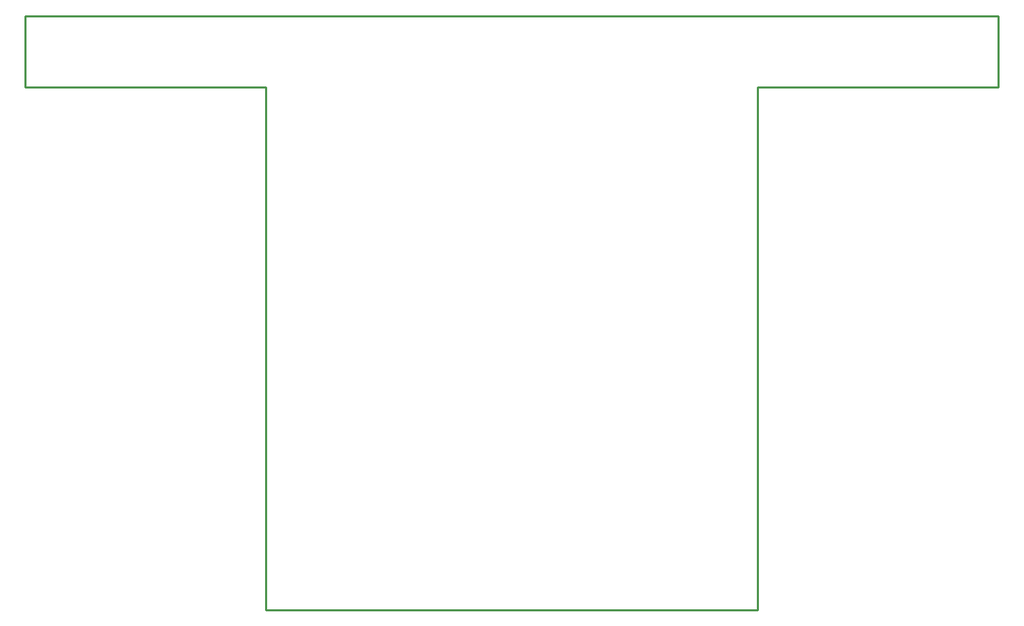
<source format=gbr>
G04 EAGLE Gerber RS-274X export*
G75*
%MOMM*%
%FSLAX34Y34*%
%LPD*%
%IN*%
%IPPOS*%
%AMOC8*
5,1,8,0,0,1.08239X$1,22.5*%
G01*
%ADD10C,0.254000*%


D10*
X0Y635000D02*
X292100Y635000D01*
X292100Y0D01*
X889000Y0D01*
X889000Y635000D01*
X1181100Y635000D01*
X1181100Y721360D01*
X0Y721360D01*
X0Y635000D01*
M02*

</source>
